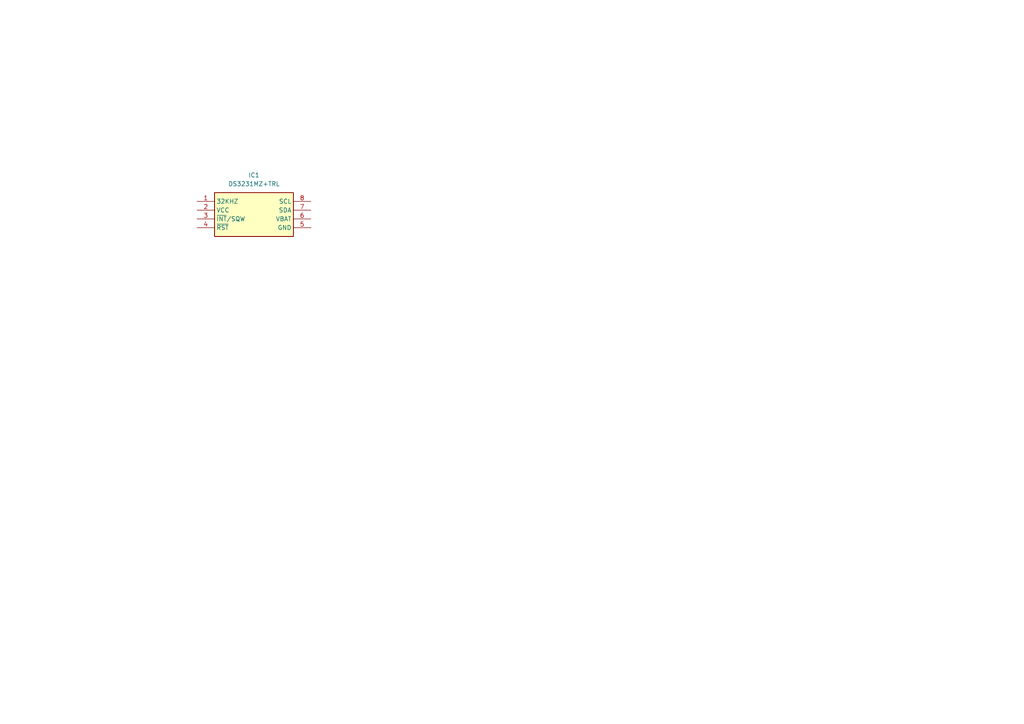
<source format=kicad_sch>
(kicad_sch (version 20250114) (generator "eeschema") (generator_version "9.0")
  (paper "A4")
  (lib_symbols
    (symbol "SamacSys_Parts:DS3231MZ+TRL"
      (property "Reference" "IC" (at 29.21 7.62 0))
      (property "Value" "DS3231MZ+TRL" (at 29.21 5.08 0))
      (symbol "DS3231MZ+TRL_1_1"
        (rectangle (start 5.08 2.54) (end 27.94 -10.16) (stroke (width 0.254)) (fill (type background)))
        (pin output line (at 0 0 0) (length 5.08) (name "32KHZ") (number "1"))
        (pin power_in line (at 0 -2.54 0) (length 5.08) (name "VCC") (number "2"))
        (pin output line (at 0 -5.08 0) (length 5.08) (name "~{INT}/SQW") (number "3"))
        (pin bidirectional line (at 0 -7.62 0) (length 5.08) (name "~{RST}") (number "4"))
        (pin input line (at 33.02 0 180) (length 5.08) (name "SCL") (number "8"))
        (pin bidirectional line (at 33.02 -2.54 180) (length 5.08) (name "SDA") (number "7"))
        (pin power_in line (at 33.02 -5.08 180) (length 5.08) (name "VBAT") (number "6"))
        (pin power_in line (at 33.02 -7.62 180) (length 5.08) (name "GND") (number "5"))
      )
    )
  )
  (symbol (lib_id "SamacSys_Parts:DS3231MZ+TRL") (at 57.15 58.42 0) (unit 1)
    (property "Reference" "IC1" (at 73.66 50.8 0))
    (property "Value" "DS3231MZ+TRL" (at 73.66 53.34 0))
    (property "Footprint" "SOIC127P600X175-8N" (effects (hide yes)))
    (property "Datasheet" "https://datasheet.lcsc.com/szlcsc/Maxim-Integrated-DS3231MZ_C107410.pdf" (effects (hide yes)))
    (property "Description" "Real-time Clocks Clock/Calendar I2C, 2-Wire Serial 130uA ~ 200uA @ 3.63V ~ 5.5V SOIC-8_150mil RoHS" (effects (hide yes)))
    (property "Height" "1.75" (effects (hide yes)))
    (property "Mouser Part Number" "700-DS3231MZ+TRL" (effects (hide yes)))
    (property "Mouser Price/Stock" "https://www.mouser.co.uk/ProductDetail/Analog-Devices-Maxim-Integrated/DS3231MZ%2bTRL?qs=4Rc5iGDDRGgh%2Fh2%252BvSsz9A%3D%3D" (effects (hide yes)))
    (property "Manufacturer_Name" "Analog Devices" (effects (hide yes)))
    (property "Manufacturer_Part_Number" "DS3231MZ+TRL" (effects (hide yes)))
  )
)
</source>
